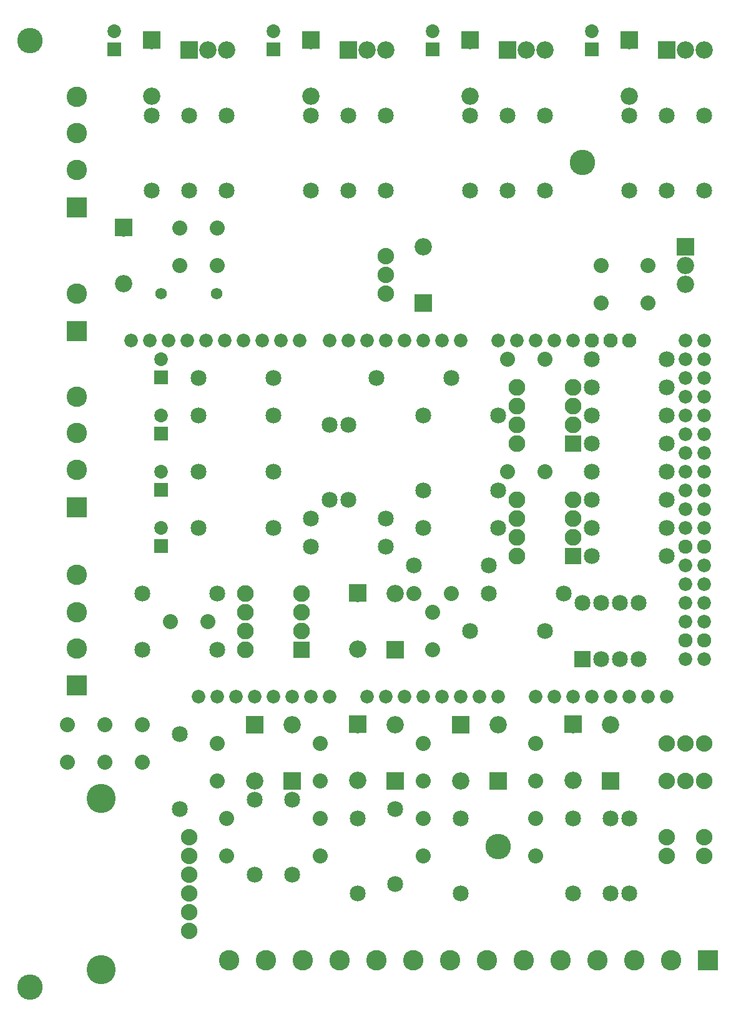
<source format=gbs>
G04 MADE WITH FRITZING*
G04 WWW.FRITZING.ORG*
G04 DOUBLE SIDED*
G04 HOLES PLATED*
G04 CONTOUR ON CENTER OF CONTOUR VECTOR*
%ASAXBY*%
%FSLAX23Y23*%
%MOIN*%
%OFA0B0*%
%SFA1.0B1.0*%
%ADD10C,0.085000*%
%ADD11C,0.155669*%
%ADD12C,0.135984*%
%ADD13C,0.088000*%
%ADD14C,0.092000*%
%ADD15C,0.080000*%
%ADD16C,0.061496*%
%ADD17C,0.089370*%
%ADD18C,0.072992*%
%ADD19C,0.072500*%
%ADD20C,0.075555*%
%ADD21C,0.076694*%
%ADD22C,0.109055*%
%ADD23R,0.085000X0.085000*%
%ADD24R,0.092000X0.092000*%
%ADD25R,0.089370X0.089370*%
%ADD26R,0.072992X0.072992*%
%ADD27R,0.109055X0.109055*%
%LNMASK0*%
G90*
G70*
G54D10*
X992Y1141D03*
X992Y1541D03*
G54D11*
X572Y284D03*
X570Y1195D03*
G54D12*
X2692Y941D03*
X192Y191D03*
X192Y5241D03*
X3142Y4591D03*
G54D13*
X1042Y991D03*
X1042Y891D03*
X1042Y791D03*
X1042Y691D03*
X1042Y591D03*
X1042Y491D03*
G54D10*
X3142Y1941D03*
X3142Y2241D03*
X3242Y1941D03*
X3242Y2241D03*
X3342Y1941D03*
X3342Y2241D03*
X3442Y1941D03*
X3442Y2241D03*
G54D13*
X3592Y1291D03*
X3692Y1291D03*
X3792Y1291D03*
X3792Y1491D03*
X3692Y1491D03*
X3592Y1491D03*
X2092Y3891D03*
X2092Y3991D03*
X2092Y4091D03*
G54D10*
X3292Y1091D03*
X3292Y691D03*
X3392Y1091D03*
X3392Y691D03*
G54D13*
X3592Y991D03*
X3592Y891D03*
X3792Y991D03*
X3792Y891D03*
G54D10*
X3592Y2491D03*
X3192Y2491D03*
X2092Y2691D03*
X1692Y2691D03*
X3592Y3091D03*
X3192Y3091D03*
X3592Y2941D03*
X3192Y2941D03*
X2092Y2541D03*
X1692Y2541D03*
X3592Y3541D03*
X3192Y3541D03*
G54D14*
X3692Y4141D03*
X3692Y4041D03*
X3692Y3941D03*
G54D15*
X1192Y4041D03*
X1192Y4241D03*
X3492Y4041D03*
X3492Y3841D03*
X992Y4041D03*
X992Y4241D03*
X3242Y4041D03*
X3242Y3841D03*
G54D14*
X692Y4241D03*
X692Y3943D03*
G54D16*
X892Y3891D03*
X1187Y3891D03*
G54D17*
X3092Y2491D03*
X2792Y2491D03*
X3092Y2591D03*
X2792Y2591D03*
X3092Y2691D03*
X2792Y2691D03*
X3092Y2791D03*
X2792Y2791D03*
X1642Y1991D03*
X1342Y1991D03*
X1642Y2091D03*
X1342Y2091D03*
X1642Y2191D03*
X1342Y2191D03*
X1642Y2291D03*
X1342Y2291D03*
X3092Y3091D03*
X2792Y3091D03*
X3092Y3191D03*
X2792Y3191D03*
X3092Y3291D03*
X2792Y3291D03*
X3092Y3391D03*
X2792Y3391D03*
G54D10*
X3592Y2641D03*
X3192Y2641D03*
X1892Y3191D03*
X1892Y2791D03*
X3592Y3241D03*
X3192Y3241D03*
X3592Y2791D03*
X3192Y2791D03*
X1792Y3191D03*
X1792Y2791D03*
X3592Y3391D03*
X3192Y3391D03*
G54D15*
X2942Y2941D03*
X2742Y2941D03*
X942Y2141D03*
X1142Y2141D03*
X2942Y3541D03*
X2742Y3541D03*
G54D10*
X2292Y2641D03*
X2692Y2641D03*
X792Y1991D03*
X1192Y1991D03*
X2292Y3241D03*
X2692Y3241D03*
X2692Y2841D03*
X2292Y2841D03*
X1192Y2291D03*
X792Y2291D03*
X2442Y3441D03*
X2042Y3441D03*
X1092Y2941D03*
X1492Y2941D03*
X1092Y3441D03*
X1492Y3441D03*
X1092Y2641D03*
X1492Y2641D03*
X1092Y3241D03*
X1492Y3241D03*
G54D18*
X892Y2843D03*
X892Y2941D03*
X892Y3443D03*
X892Y3541D03*
X892Y2543D03*
X892Y2641D03*
X892Y3143D03*
X892Y3241D03*
G54D19*
X2992Y1741D03*
X1392Y1741D03*
X3092Y1741D03*
X3192Y1741D03*
X3292Y1741D03*
X3392Y1741D03*
X3692Y3141D03*
X3492Y1741D03*
X3592Y1741D03*
X1432Y3641D03*
X1992Y1741D03*
X2092Y1741D03*
X2192Y1741D03*
X2292Y1741D03*
X3692Y2341D03*
X2392Y1741D03*
X2492Y1741D03*
X2592Y1741D03*
X2692Y1741D03*
X2192Y3641D03*
X3692Y3541D03*
X3692Y2741D03*
X3692Y1941D03*
X1032Y3641D03*
X1792Y1741D03*
X1792Y3641D03*
X3692Y3341D03*
X3692Y2941D03*
G54D20*
X3692Y2541D03*
G54D21*
X3392Y3641D03*
G54D19*
X3692Y2141D03*
G54D21*
X3292Y3641D03*
X3192Y3641D03*
G54D19*
X3092Y3641D03*
X2992Y3641D03*
X2892Y3641D03*
X2792Y3641D03*
X2692Y3641D03*
X832Y3641D03*
X1232Y3641D03*
X1632Y3641D03*
X1192Y1741D03*
X1592Y1741D03*
X2392Y3641D03*
X1992Y3641D03*
X3692Y3641D03*
X3692Y3441D03*
X3692Y3241D03*
X3692Y3041D03*
X3692Y2841D03*
X3692Y2641D03*
X3692Y2441D03*
X3692Y2241D03*
G54D20*
X3692Y2041D03*
G54D19*
X732Y3641D03*
X932Y3641D03*
X1132Y3641D03*
X1332Y3641D03*
X1532Y3641D03*
X1092Y1741D03*
X1292Y1741D03*
X1492Y1741D03*
X1692Y1741D03*
X2492Y3641D03*
X2292Y3641D03*
X2092Y3641D03*
X1892Y3641D03*
X3792Y3641D03*
X3792Y3541D03*
X3792Y3441D03*
X3792Y3341D03*
X3792Y3241D03*
X3792Y3141D03*
X3792Y3041D03*
X3792Y2941D03*
X3792Y2841D03*
X3792Y2741D03*
X3792Y2641D03*
G54D20*
X3792Y2541D03*
G54D19*
X3792Y2441D03*
X3792Y2341D03*
X3792Y2241D03*
X3792Y2141D03*
G54D20*
X3792Y2041D03*
G54D19*
X3792Y1941D03*
X2892Y1741D03*
G54D10*
X2642Y2291D03*
X3042Y2291D03*
X2142Y1141D03*
X2142Y741D03*
X1592Y1191D03*
X1592Y791D03*
G54D15*
X1742Y1291D03*
X1742Y1491D03*
X1742Y1091D03*
X1742Y891D03*
X1192Y1291D03*
X1192Y1491D03*
X1242Y1091D03*
X1242Y891D03*
G54D10*
X1942Y691D03*
X1942Y1091D03*
X1392Y791D03*
X1392Y1191D03*
G54D14*
X2142Y1291D03*
X2142Y1589D03*
X1392Y1589D03*
X1392Y1291D03*
X1592Y1291D03*
X1592Y1589D03*
X2142Y1991D03*
X2142Y2289D03*
X1942Y1591D03*
X1942Y1293D03*
G54D22*
X442Y1798D03*
X442Y1995D03*
X442Y2191D03*
X442Y2388D03*
X3812Y332D03*
X3615Y332D03*
X3418Y332D03*
X3221Y332D03*
X3024Y332D03*
X2827Y332D03*
X2631Y332D03*
X2434Y332D03*
X2237Y332D03*
X2040Y332D03*
X1843Y332D03*
X1646Y332D03*
X1449Y332D03*
X1253Y332D03*
G54D15*
X2892Y1291D03*
X2892Y1491D03*
X792Y1591D03*
X792Y1391D03*
X2292Y1291D03*
X2292Y1491D03*
X392Y1591D03*
X392Y1391D03*
X592Y1591D03*
X592Y1391D03*
X2892Y1091D03*
X2892Y891D03*
X2292Y1091D03*
X2292Y891D03*
G54D10*
X3092Y691D03*
X3092Y1091D03*
X2492Y691D03*
X2492Y1091D03*
G54D14*
X3292Y1291D03*
X3292Y1589D03*
X2692Y1291D03*
X2692Y1589D03*
X3092Y1591D03*
X3092Y1293D03*
X2492Y1589D03*
X2492Y1291D03*
G54D10*
X2242Y2441D03*
X2642Y2441D03*
G54D15*
X2242Y2291D03*
X2442Y2291D03*
X2342Y2191D03*
X2342Y1991D03*
G54D10*
X2542Y2091D03*
X2942Y2091D03*
G54D14*
X1942Y2291D03*
X1942Y1993D03*
G54D10*
X842Y4441D03*
X842Y4841D03*
X2542Y4441D03*
X2542Y4841D03*
X1692Y4441D03*
X1692Y4841D03*
X3392Y4441D03*
X3392Y4841D03*
G54D18*
X642Y5193D03*
X642Y5291D03*
X2342Y5193D03*
X2342Y5291D03*
X1492Y5193D03*
X1492Y5291D03*
X3192Y5193D03*
X3192Y5291D03*
G54D14*
X842Y5241D03*
X842Y4943D03*
X2542Y5241D03*
X2542Y4943D03*
X1692Y5241D03*
X1692Y4943D03*
X3392Y5241D03*
X3392Y4943D03*
X1042Y5191D03*
X1142Y5191D03*
X1242Y5191D03*
X2742Y5191D03*
X2842Y5191D03*
X2942Y5191D03*
X1892Y5191D03*
X1992Y5191D03*
X2092Y5191D03*
X3592Y5191D03*
X3692Y5191D03*
X3792Y5191D03*
G54D10*
X1042Y4441D03*
X1042Y4841D03*
X2742Y4441D03*
X2742Y4841D03*
X1892Y4441D03*
X1892Y4841D03*
X3592Y4441D03*
X3592Y4841D03*
X1242Y4441D03*
X1242Y4841D03*
X2942Y4441D03*
X2942Y4841D03*
X2092Y4441D03*
X2092Y4841D03*
X3792Y4441D03*
X3792Y4841D03*
G54D22*
X442Y3691D03*
X442Y3888D03*
X442Y2751D03*
X442Y2948D03*
X442Y3145D03*
X442Y3341D03*
X442Y4351D03*
X442Y4548D03*
X442Y4745D03*
X442Y4941D03*
G54D14*
X2292Y3841D03*
X2292Y4139D03*
G54D23*
X3142Y1941D03*
G54D24*
X3692Y4141D03*
X692Y4242D03*
G54D25*
X3092Y2491D03*
X1642Y1991D03*
X3092Y3091D03*
G54D26*
X892Y2843D03*
X892Y3443D03*
X892Y2543D03*
X892Y3143D03*
G54D24*
X2142Y1290D03*
X1392Y1590D03*
X1592Y1290D03*
X2142Y1990D03*
X1942Y1592D03*
G54D27*
X442Y1798D03*
X3812Y332D03*
G54D24*
X3292Y1290D03*
X2692Y1290D03*
X3092Y1592D03*
X2492Y1590D03*
X1942Y2292D03*
G54D26*
X642Y5193D03*
X2342Y5193D03*
X1492Y5193D03*
X3192Y5193D03*
G54D24*
X842Y5242D03*
X2542Y5242D03*
X1692Y5242D03*
X3392Y5242D03*
X1042Y5191D03*
X2742Y5191D03*
X1892Y5191D03*
X3592Y5191D03*
G54D27*
X442Y3691D03*
X442Y2751D03*
X442Y4351D03*
G54D24*
X2292Y3840D03*
G04 End of Mask0*
M02*
</source>
